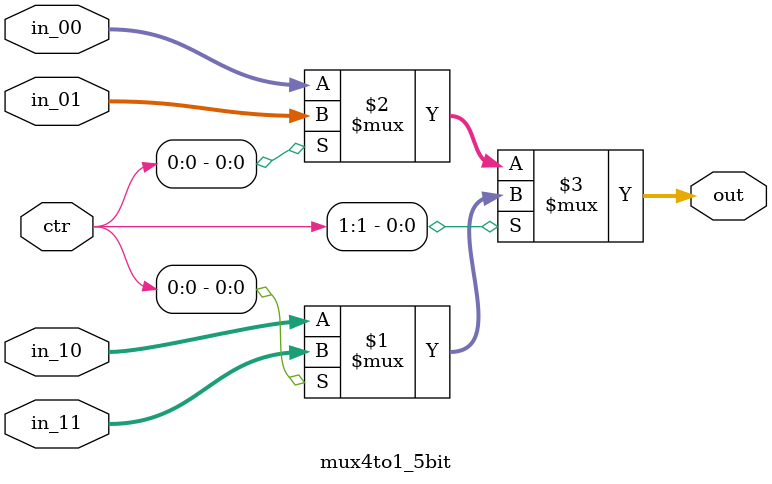
<source format=v>
`timescale 1ns / 1ps
module mux4to1_5bit(
	input wire [4:0] in_00,
	input wire [4:0] in_01,
	input wire [4:0] in_10,
	input wire [4:0] in_11,
	input wire [1:0] ctr,
	output wire [4:0] out
   );

	assign out=(ctr[1])? ((ctr[0])? in_11:in_10):((ctr[0])? in_01:in_00);
endmodule

</source>
